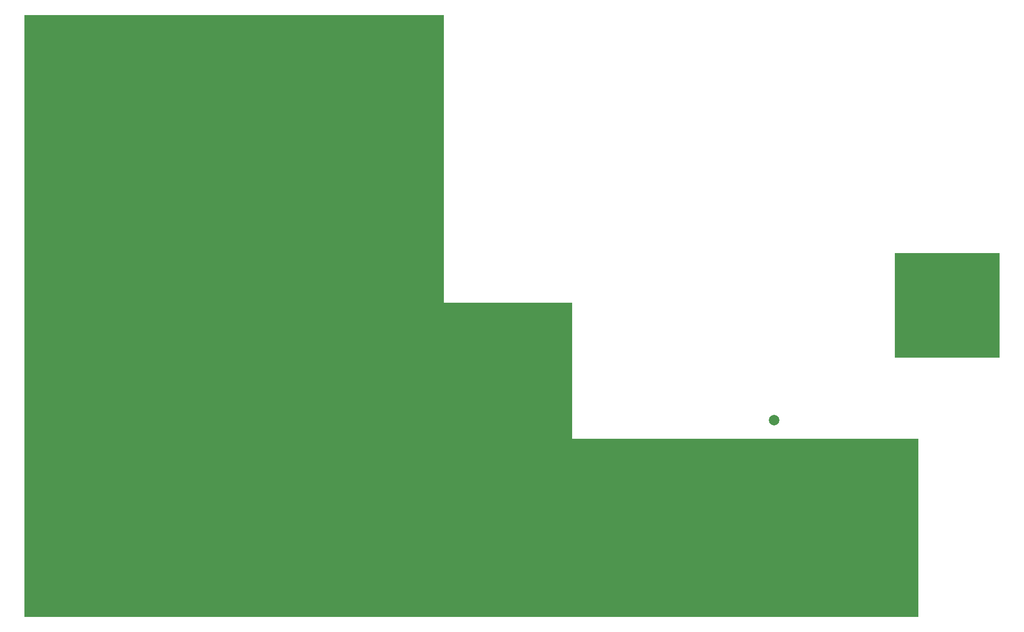
<source format=gbr>
%TF.GenerationSoftware,KiCad,Pcbnew,8.0.3*%
%TF.CreationDate,2024-11-17T17:48:10+01:00*%
%TF.ProjectId,Shaper,53686170-6572-42e6-9b69-6361645f7063,rev?*%
%TF.SameCoordinates,Original*%
%TF.FileFunction,Copper,L2,Bot*%
%TF.FilePolarity,Positive*%
%FSLAX46Y46*%
G04 Gerber Fmt 4.6, Leading zero omitted, Abs format (unit mm)*
G04 Created by KiCad (PCBNEW 8.0.3) date 2024-11-17 17:48:10*
%MOMM*%
%LPD*%
G01*
G04 APERTURE LIST*
%TA.AperFunction,ComponentPad*%
%ADD10C,2.000000*%
%TD*%
%TA.AperFunction,ViaPad*%
%ADD11C,1.270000*%
%TD*%
G04 APERTURE END LIST*
%TA.AperFunction,NonConductor*%
G36*
X238401090Y-106203590D02*
G01*
X258401090Y-106203590D01*
X258401090Y-86203590D01*
X238401090Y-86203590D01*
X238401090Y-106203590D01*
G37*
%TD.AperFunction*%
%TA.AperFunction,NonConductor*%
G36*
X167901100Y-155703600D02*
G01*
X242901100Y-155703600D01*
X242901100Y-121703600D01*
X167901100Y-121703600D01*
X167901100Y-155703600D01*
G37*
%TD.AperFunction*%
%TA.AperFunction,NonConductor*%
G36*
X151901100Y-155703600D02*
G01*
X176901100Y-155703600D01*
X176901100Y-95703600D01*
X151901100Y-95703600D01*
X151901100Y-155703600D01*
G37*
%TD.AperFunction*%
%TA.AperFunction,NonConductor*%
G36*
X72401100Y-155703600D02*
G01*
X152401100Y-155703600D01*
X152401100Y-40703600D01*
X72401100Y-40703600D01*
X72401100Y-155703600D01*
G37*
%TD.AperFunction*%
D10*
%TO.P,,1*%
%TO.N,N/C*%
X256801090Y-104703610D03*
%TD*%
%TO.P,,1*%
%TO.N,N/C*%
X239801090Y-104703610D03*
%TD*%
%TO.P,,1*%
%TO.N,N/C*%
X256801100Y-87703610D03*
%TD*%
%TO.P,,1*%
%TO.N,N/C*%
X239801100Y-87703610D03*
%TD*%
%TO.P,,1*%
%TO.N,N/C*%
X215401090Y-118103610D03*
%TD*%
%TO.P,,1*%
%TO.N,N/C*%
X215401090Y-128303610D03*
%TD*%
%TO.P,,1*%
%TO.N,N/C*%
X240801090Y-123203610D03*
%TD*%
%TO.P,,1*%
%TO.N,N/C*%
X190001090Y-123203610D03*
%TD*%
D11*
%TO.N,*%
X129901100Y-152203620D03*
X85401100Y-152203590D03*
%TD*%
M02*

</source>
